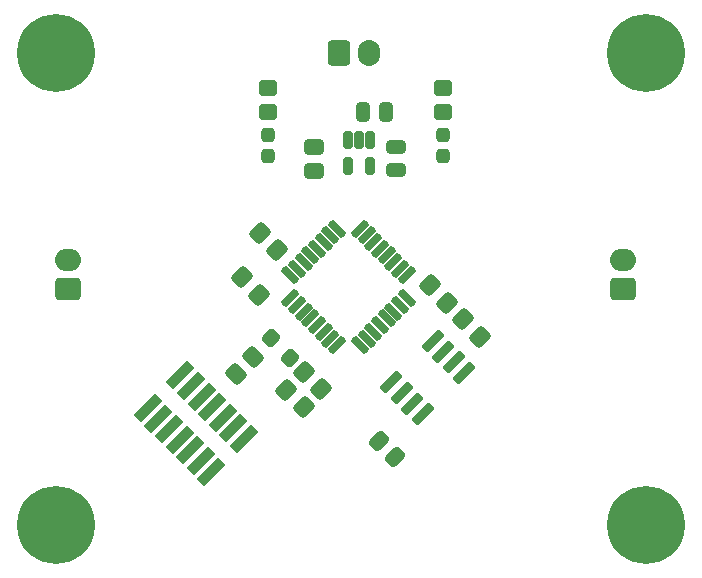
<source format=gbr>
%TF.GenerationSoftware,KiCad,Pcbnew,(7.0.0)*%
%TF.CreationDate,2023-02-19T13:16:31+01:00*%
%TF.ProjectId,TP microcontroleur,5450206d-6963-4726-9f63-6f6e74726f6c,rev?*%
%TF.SameCoordinates,Original*%
%TF.FileFunction,Soldermask,Top*%
%TF.FilePolarity,Negative*%
%FSLAX46Y46*%
G04 Gerber Fmt 4.6, Leading zero omitted, Abs format (unit mm)*
G04 Created by KiCad (PCBNEW (7.0.0)) date 2023-02-19 13:16:31*
%MOMM*%
%LPD*%
G01*
G04 APERTURE LIST*
G04 Aperture macros list*
%AMRoundRect*
0 Rectangle with rounded corners*
0 $1 Rounding radius*
0 $2 $3 $4 $5 $6 $7 $8 $9 X,Y pos of 4 corners*
0 Add a 4 corners polygon primitive as box body*
4,1,4,$2,$3,$4,$5,$6,$7,$8,$9,$2,$3,0*
0 Add four circle primitives for the rounded corners*
1,1,$1+$1,$2,$3*
1,1,$1+$1,$4,$5*
1,1,$1+$1,$6,$7*
1,1,$1+$1,$8,$9*
0 Add four rect primitives between the rounded corners*
20,1,$1+$1,$2,$3,$4,$5,0*
20,1,$1+$1,$4,$5,$6,$7,0*
20,1,$1+$1,$6,$7,$8,$9,0*
20,1,$1+$1,$8,$9,$2,$3,0*%
G04 Aperture macros list end*
%ADD10RoundRect,0.100000X-0.586899X-1.110158X1.110158X0.586899X0.586899X1.110158X-1.110158X-0.586899X0*%
%ADD11RoundRect,0.225000X-0.353553X-0.530330X0.530330X0.353553X0.353553X0.530330X-0.530330X-0.353553X0*%
%ADD12RoundRect,0.225000X0.353553X-0.530330X0.530330X-0.353553X-0.353553X0.530330X-0.530330X0.353553X0*%
%ADD13RoundRect,0.250000X0.477297X0.689429X-0.689429X-0.477297X-0.477297X-0.689429X0.689429X0.477297X0*%
%ADD14RoundRect,0.350000X-0.574524X-0.097227X-0.097227X-0.574524X0.574524X0.097227X0.097227X0.574524X0*%
%ADD15RoundRect,0.350000X-0.600000X-0.750000X0.600000X-0.750000X0.600000X0.750000X-0.600000X0.750000X0*%
%ADD16O,1.900000X2.200000*%
%ADD17RoundRect,0.350000X0.450000X-0.350000X0.450000X0.350000X-0.450000X0.350000X-0.450000X-0.350000X0*%
%ADD18RoundRect,0.350000X0.750000X-0.600000X0.750000X0.600000X-0.750000X0.600000X-0.750000X-0.600000X0*%
%ADD19O,2.200000X1.900000*%
%ADD20RoundRect,0.350000X0.565685X0.070711X0.070711X0.565685X-0.565685X-0.070711X-0.070711X-0.565685X0*%
%ADD21RoundRect,0.350000X-0.512652X-0.159099X-0.159099X-0.512652X0.512652X0.159099X0.159099X0.512652X0*%
%ADD22RoundRect,0.350000X-0.097227X0.574524X-0.574524X0.097227X0.097227X-0.574524X0.574524X-0.097227X0*%
%ADD23RoundRect,0.337500X-0.237500X0.287500X-0.237500X-0.287500X0.237500X-0.287500X0.237500X0.287500X0*%
%ADD24RoundRect,0.350000X-0.250000X-0.475000X0.250000X-0.475000X0.250000X0.475000X-0.250000X0.475000X0*%
%ADD25C,6.600000*%
%ADD26RoundRect,0.350000X-0.441942X-0.053033X-0.053033X-0.441942X0.441942X0.053033X0.053033X0.441942X0*%
%ADD27RoundRect,0.350000X0.574524X0.097227X0.097227X0.574524X-0.574524X-0.097227X-0.097227X-0.574524X0*%
%ADD28RoundRect,0.350000X0.475000X-0.250000X0.475000X0.250000X-0.475000X0.250000X-0.475000X-0.250000X0*%
%ADD29RoundRect,0.350000X0.475000X-0.337500X0.475000X0.337500X-0.475000X0.337500X-0.475000X-0.337500X0*%
%ADD30RoundRect,0.250000X-0.150000X0.512500X-0.150000X-0.512500X0.150000X-0.512500X0.150000X0.512500X0*%
G04 APERTURE END LIST*
D10*
%TO.C,J1*%
X103944077Y-154694077D03*
X101186361Y-157451793D03*
X103046051Y-153796051D03*
X100288335Y-156553767D03*
X102148026Y-152898025D03*
X99390309Y-155655742D03*
X101250000Y-152000000D03*
X98492284Y-154757716D03*
X100351975Y-151101974D03*
X97594258Y-153859691D03*
X99453949Y-150203949D03*
X96696233Y-152961665D03*
X98555923Y-149305923D03*
X95798207Y-152063639D03*
%TD*%
D11*
%TO.C,U1*%
X107867930Y-142797272D03*
X108433616Y-143362957D03*
X108999301Y-143928643D03*
X109564986Y-144494328D03*
X110130672Y-145060014D03*
X110696357Y-145625699D03*
X111262043Y-146191384D03*
X111827728Y-146757070D03*
D12*
X113772272Y-146757070D03*
X114337957Y-146191384D03*
X114903643Y-145625699D03*
X115469328Y-145060014D03*
X116035014Y-144494328D03*
X116600699Y-143928643D03*
X117166384Y-143362957D03*
X117732070Y-142797272D03*
D11*
X117732070Y-140852728D03*
X117166384Y-140287043D03*
X116600699Y-139721357D03*
X116035014Y-139155672D03*
X115469328Y-138589986D03*
X114903643Y-138024301D03*
X114337957Y-137458616D03*
X113772272Y-136892930D03*
D12*
X111827728Y-136892930D03*
X111262043Y-137458616D03*
X110696357Y-138024301D03*
X110130672Y-138589986D03*
X109564986Y-139155672D03*
X108999301Y-139721357D03*
X108433616Y-140287043D03*
X107867930Y-140852728D03*
%TD*%
D13*
%TO.C,U3*%
X122597128Y-149096949D03*
X121699102Y-148198924D03*
X120801076Y-147300898D03*
X119903051Y-146402872D03*
X116402872Y-149903051D03*
X117300898Y-150801076D03*
X118198924Y-151699102D03*
X119096949Y-152597128D03*
%TD*%
D14*
%TO.C,C5*%
X110467246Y-150467246D03*
X109000000Y-149000000D03*
%TD*%
D15*
%TO.C,J2*%
X112000000Y-122000000D03*
D16*
X114499999Y-121999999D03*
%TD*%
D17*
%TO.C,R3*%
X106000000Y-127000000D03*
X106000000Y-125000000D03*
%TD*%
D18*
%TO.C,J4*%
X136000000Y-142000000D03*
D19*
X135999999Y-139499999D03*
%TD*%
D20*
%TO.C,R2*%
X106707107Y-138707107D03*
X105292893Y-137292893D03*
%TD*%
D21*
%TO.C,C9*%
X115400000Y-154900000D03*
X116743502Y-156243502D03*
%TD*%
D22*
%TO.C,C10*%
X104733623Y-147766377D03*
X103266377Y-149233623D03*
%TD*%
D23*
%TO.C,D2*%
X106000000Y-129000000D03*
X106000000Y-130750000D03*
%TD*%
%TO.C,D1*%
X120750000Y-129000000D03*
X120750000Y-130750000D03*
%TD*%
D24*
%TO.C,C4*%
X115950000Y-127000000D03*
X114050000Y-127000000D03*
%TD*%
D14*
%TO.C,C7*%
X108983623Y-151983623D03*
X107516377Y-150516377D03*
%TD*%
D25*
%TO.C,H4*%
X88000000Y-162000000D03*
%TD*%
D26*
%TO.C,L1*%
X106186827Y-146186827D03*
X107813173Y-147813173D03*
%TD*%
D27*
%TO.C,C8*%
X123933623Y-146033623D03*
X122466377Y-144566377D03*
%TD*%
D25*
%TO.C,H3*%
X138000000Y-162000000D03*
%TD*%
%TO.C,H2*%
X138000000Y-122000000D03*
%TD*%
D28*
%TO.C,C6*%
X116840000Y-130000000D03*
X116840000Y-131900000D03*
%TD*%
D27*
%TO.C,C3*%
X105233623Y-142483623D03*
X103766377Y-141016377D03*
%TD*%
D29*
%TO.C,C1*%
X109840000Y-132037500D03*
X109840000Y-129962500D03*
%TD*%
D17*
%TO.C,R1*%
X120750000Y-125000000D03*
X120750000Y-127000000D03*
%TD*%
D18*
%TO.C,J3*%
X89000000Y-142000000D03*
D19*
X88999999Y-139499999D03*
%TD*%
D30*
%TO.C,U2*%
X114652500Y-129343750D03*
X113702500Y-129343750D03*
X112752500Y-129343750D03*
X112752500Y-131618750D03*
X114652500Y-131618750D03*
%TD*%
D25*
%TO.C,H1*%
X88000000Y-122000000D03*
%TD*%
D14*
%TO.C,C2*%
X119700000Y-141700000D03*
X121167246Y-143167246D03*
%TD*%
M02*

</source>
